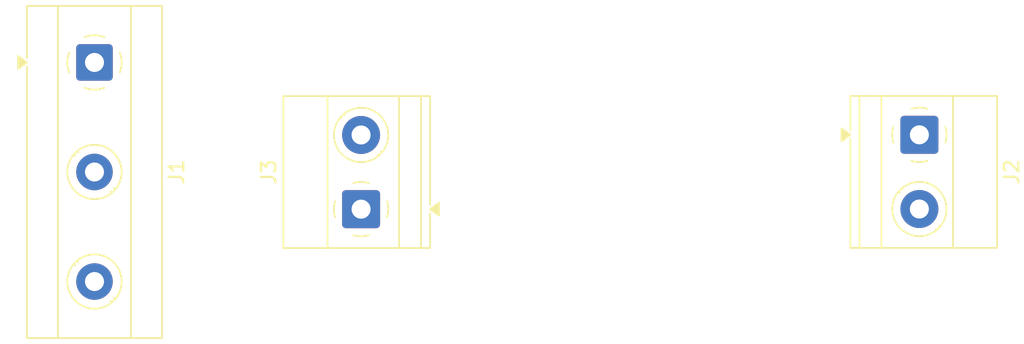
<source format=kicad_pcb>
(kicad_pcb (version 20241229) (generator "pcbnew") (generator_version "9.0")
  (layers (0 "F.Cu" signal) (2 "B.Cu" signal) (13 "F.Paste" user) (15 "B.Paste" user) (5 "F.SilkS" user "F.Silkscreen") (7 "B.SilkS" user "B.Silkscreen") (1 "F.Mask" user) (3 "B.Mask" user) (25 "Edge.Cuts" user))
  (net 0 "")
  (net 1 "220VAC_N")
  (net 2 "220VAC_L")
  (net 3 "Earth")
  (footprint "TerminalBlock_Phoenix:TerminalBlock_Phoenix_MKDS-1,5-2-5.08_1x02_P5.08mm_Horizontal" (layer "F.Cu") (at 165.2975 88.68 -90)
    (property "Reference" "J2" (at 2.54 -6.32 90) (layer "F.SilkS"))
    (property "Value" "T_IN")
    (fp_line (start -2.66 4.72) (end -0.3 4.72) (stroke (width 0.12)) (layer "F.SilkS"))
    (fp_line (start 0.3 4.72) (end 7.74 4.72) (stroke (width 0.12)) (layer "F.SilkS"))
    (fp_line (start -2.66 4.1) (end 7.74 4.1) (stroke (width 0.12)) (layer "F.SilkS"))
    (fp_line (start -2.66 2.6) (end 7.74 2.6) (stroke (width 0.12)) (layer "F.SilkS"))
    (fp_line (start 3.94 1.367) (end 3.896 1.41) (stroke (width 0.12)) (layer "F.SilkS"))
    (fp_line (start 3.713 1.14) (end 3.669 1.183) (stroke (width 0.12)) (layer "F.SilkS"))
    (fp_line (start 6.491 -1.184) (end 6.447 -1.14) (stroke (width 0.12)) (layer "F.SilkS"))
    (fp_line (start 6.264 -1.411) (end 6.22 -1.367) (stroke (width 0.12)) (layer "F.SilkS"))
    (fp_line (start -2.66 -2.3) (end 7.74 -2.3) (stroke (width 0.12)) (layer "F.SilkS"))
    (fp_line (start -2.66 -5.32) (end -2.66 4.72) (stroke (width 0.12)) (layer "F.SilkS"))
    (fp_line (start -2.66 -5.32) (end 7.74 -5.32) (stroke (width 0.12)) (layer "F.SilkS"))
    (fp_line (start 7.74 -5.32) (end 7.74 4.72) (stroke (width 0.12)) (layer "F.SilkS"))
    (fp_arc (start 0.54 1.78) (mid 0.000355 1.860107) (end -0.539321 1.780206) (stroke (width 0.12)) (layer "F.SilkS"))
    (fp_arc (start -1.78 0.54) (mid -1.860107 0.000355) (end -1.780206 -0.539321) (stroke (width 0.12)) (layer "F.SilkS"))
    (fp_arc (start 1.78 -0.54) (mid 1.860107 -0.000355) (end 1.780206 0.539321) (stroke (width 0.12)) (layer "F.SilkS"))
    (fp_arc (start -0.54 -1.78) (mid -0.000355 -1.860107) (end 0.539321 -1.780206) (stroke (width 0.12)) (layer "F.SilkS"))
    (fp_circle (center 5.08 0) (end 6.94 0) (stroke (width 0.12)) (fill no) (layer "F.SilkS"))
    (fp_poly (pts (xy 0 4.72) (xy 0.44 5.33) (xy -0.44 5.33) (xy 0 4.72)) (stroke (width 0.12)) (fill yes) (layer "F.SilkS"))
    (pad "1" thru_hole roundrect (at 0 0 270) (size 2.6 2.6) (drill 1.3) (layers "*.Cu" "*.Mask") (roundrect_rratio 0.096154) (net 2 "220VAC_L"))
    (pad "2" thru_hole circle (at 5.08 0 270) (size 2.6 2.6) (drill 1.3) (layers "*.Cu" "*.Mask") (net 1 "220VAC_N"))
  )
  (footprint "TerminalBlock_Phoenix:TerminalBlock_Phoenix_MKDS-1,5-2-5.08_1x02_P5.08mm_Horizontal" (layer "F.Cu") (at 127.0775 93.77 90)
    (property "Reference" "J3" (at 2.54 -6.32 90) (layer "F.SilkS"))
    (property "Value" "T_OUT")
    (fp_line (start 7.74 -5.32) (end 7.74 4.72) (stroke (width 0.12)) (layer "F.SilkS"))
    (fp_line (start -2.66 -5.32) (end 7.74 -5.32) (stroke (width 0.12)) (layer "F.SilkS"))
    (fp_line (start -2.66 -5.32) (end -2.66 4.72) (stroke (width 0.12)) (layer "F.SilkS"))
    (fp_line (start -2.66 -2.3) (end 7.74 -2.3) (stroke (width 0.12)) (layer "F.SilkS"))
    (fp_line (start 6.264 -1.411) (end 6.22 -1.367) (stroke (width 0.12)) (layer "F.SilkS"))
    (fp_line (start 6.491 -1.184) (end 6.447 -1.14) (stroke (width 0.12)) (layer "F.SilkS"))
    (fp_line (start 3.713 1.14) (end 3.669 1.183) (stroke (width 0.12)) (layer "F.SilkS"))
    (fp_line (start 3.94 1.367) (end 3.896 1.41) (stroke (width 0.12)) (layer "F.SilkS"))
    (fp_line (start -2.66 2.6) (end 7.74 2.6) (stroke (width 0.12)) (layer "F.SilkS"))
    (fp_line (start -2.66 4.1) (end 7.74 4.1) (stroke (width 0.12)) (layer "F.SilkS"))
    (fp_line (start 0.3 4.72) (end 7.74 4.72) (stroke (width 0.12)) (layer "F.SilkS"))
    (fp_line (start -2.66 4.72) (end -0.3 4.72) (stroke (width 0.12)) (layer "F.SilkS"))
    (fp_arc (start -0.54 -1.78) (mid -0.000355 -1.860107) (end 0.539321 -1.780206) (stroke (width 0.12)) (layer "F.SilkS"))
    (fp_arc (start 1.78 -0.54) (mid 1.860107 -0.000355) (end 1.780206 0.539321) (stroke (width 0.12)) (layer "F.SilkS"))
    (fp_arc (start -1.78 0.54) (mid -1.860107 0.000355) (end -1.780206 -0.539321) (stroke (width 0.12)) (layer "F.SilkS"))
    (fp_arc (start 0.54 1.78) (mid 0.000355 1.860107) (end -0.539321 1.780206) (stroke (width 0.12)) (layer "F.SilkS"))
    (fp_circle (center 5.08 0) (end 6.94 0) (stroke (width 0.12)) (fill no) (layer "F.SilkS"))
    (fp_poly (pts (xy 0 4.72) (xy 0.44 5.33) (xy -0.44 5.33) (xy 0 4.72)) (stroke (width 0.12)) (fill yes) (layer "F.SilkS"))
    (pad "1" thru_hole roundrect (at 0 0 90) (size 2.6 2.6) (drill 1.3) (layers "*.Cu" "*.Mask") (roundrect_rratio 0.096154))
    (pad "2" thru_hole circle (at 5.08 0 90) (size 2.6 2.6) (drill 1.3) (layers "*.Cu" "*.Mask"))
  )
  (footprint "TerminalBlock_MetzConnect:TerminalBlock_MetzConnect_Type171_RT13703HBWC_1x03_P7.50mm_Horizontal" (layer "F.Cu") (at 108.825 83.725 -90)
    (property "Reference" "J1" (at 7.5 -5.62 90) (layer "F.SilkS"))
    (property "Value" "AC_IN")
    (fp_line (start -3.87 4.62) (end -0.3 4.62) (stroke (width 0.12)) (layer "F.SilkS"))
    (fp_line (start 0.3 4.62) (end 18.87 4.62) (stroke (width 0.12)) (layer "F.SilkS"))
    (fp_line (start -3.87 2.5) (end 18.87 2.5) (stroke (width 0.12)) (layer "F.SilkS"))
    (fp_line (start 6.395 1.331) (end 6.316 1.41) (stroke (width 0.12)) (layer "F.SilkS"))
    (fp_line (start 13.895 1.331) (end 13.816 1.41) (stroke (width 0.12)) (layer "F.SilkS"))
    (fp_line (start 6.168 1.104) (end 6.089 1.183) (stroke (width 0.12)) (layer "F.SilkS"))
    (fp_line (start 13.668 1.104) (end 13.589 1.183) (stroke (width 0.12)) (layer "F.SilkS"))
    (fp_line (start 8.911 -1.184) (end 8.832 -1.104) (stroke (width 0.12)) (layer "F.SilkS"))
    (fp_line (start 16.411 -1.184) (end 16.332 -1.104) (stroke (width 0.12)) (layer "F.SilkS"))
    (fp_line (start 8.684 -1.411) (end 8.605 -1.331) (stroke (width 0.12)) (layer "F.SilkS"))
    (fp_line (start 16.184 -1.411) (end 16.105 -1.331) (stroke (width 0.12)) (layer "F.SilkS"))
    (fp_line (start -3.87 -2.5) (end 18.87 -2.5) (stroke (width 0.12)) (layer "F.SilkS"))
    (fp_line (start -3.87 -4.62) (end -3.87 4.62) (stroke (width 0.12)) (layer "F.SilkS"))
    (fp_line (start -3.87 -4.62) (end 18.87 -4.62) (stroke (width 0.12)) (layer "F.SilkS"))
    (fp_line (start 18.87 -4.62) (end 18.87 4.62) (stroke (width 0.12)) (layer "F.SilkS"))
    (fp_arc (start 0.683 1.73) (mid -0.000144 1.859943) (end -0.683267 1.729894) (stroke (width 0.12)) (layer "F.SilkS"))
    (fp_arc (start -1.73 0.683) (mid -1.859943 -0.000144) (end -1.729894 -0.683267) (stroke (width 0.12)) (layer "F.SilkS"))
    (fp_arc (start 1.73 -0.683) (mid 1.859943 0.000144) (end 1.729894 0.683267) (stroke (width 0.12)) (layer "F.SilkS"))
    (fp_arc (start -0.683 -1.73) (mid 0.000144 -1.859943) (end 0.683267 -1.729894) (stroke (width 0.12)) (layer "F.SilkS"))
    (fp_circle (center 7.5 0) (end 9.36 0) (stroke (width 0.12)) (fill no) (layer "F.SilkS"))
    (fp_circle (center 15 0) (end 16.86 0) (stroke (width 0.12)) (fill no) (layer "F.SilkS"))
    (fp_poly (pts (xy 0 4.62) (xy 0.44 5.23) (xy -0.44 5.23) (xy 0 4.62)) (stroke (width 0.12)) (fill yes) (layer "F.SilkS"))
    (pad "1" thru_hole roundrect (at 0 0 270) (size 2.5 2.5) (drill 1.3) (layers "*.Cu" "*.Mask") (roundrect_rratio 0.1) (net 3 "Earth"))
    (pad "2" thru_hole circle (at 7.5 0 270) (size 2.5 2.5) (drill 1.3) (layers "*.Cu" "*.Mask") (net 1 "220VAC_N"))
    (pad "3" thru_hole circle (at 15 0 270) (size 2.5 2.5) (drill 1.3) (layers "*.Cu" "*.Mask") (net 2 "220VAC_L"))
  )
)
</source>
